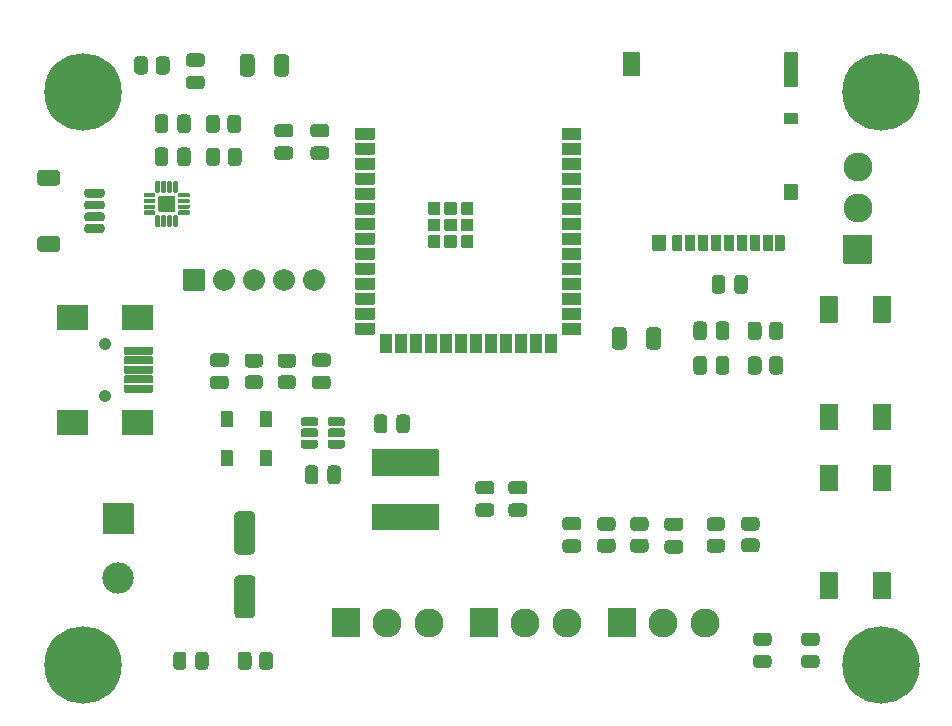
<source format=gts>
G04 #@! TF.GenerationSoftware,KiCad,Pcbnew,6.0.2+dfsg-1*
G04 #@! TF.CreationDate,2023-03-16T12:58:22-06:00*
G04 #@! TF.ProjectId,ckt-soundplay,636b742d-736f-4756-9e64-706c61792e6b,rev?*
G04 #@! TF.SameCoordinates,Original*
G04 #@! TF.FileFunction,Soldermask,Top*
G04 #@! TF.FilePolarity,Negative*
%FSLAX46Y46*%
G04 Gerber Fmt 4.6, Leading zero omitted, Abs format (unit mm)*
G04 Created by KiCad (PCBNEW 6.0.2+dfsg-1) date 2023-03-16 12:58:22*
%MOMM*%
%LPD*%
G01*
G04 APERTURE LIST*
%ADD10C,2.652400*%
%ADD11C,2.452400*%
%ADD12C,6.552400*%
%ADD13C,1.052400*%
%ADD14O,1.852400X1.852400*%
G04 APERTURE END LIST*
G36*
G01*
X31470000Y-173719800D02*
X33970000Y-173719800D01*
G75*
G02*
X34046200Y-173796000I0J-76200D01*
G01*
X34046200Y-176296000D01*
G75*
G02*
X33970000Y-176372200I-76200J0D01*
G01*
X31470000Y-176372200D01*
G75*
G02*
X31393800Y-176296000I0J76200D01*
G01*
X31393800Y-173796000D01*
G75*
G02*
X31470000Y-173719800I76200J0D01*
G01*
G37*
D10*
X32720000Y-180046000D03*
G36*
G01*
X35799801Y-144874000D02*
X35799801Y-143924000D01*
G75*
G02*
X36126001Y-143597800I326200J0D01*
G01*
X36626001Y-143597800D01*
G75*
G02*
X36952201Y-143924000I0J-326200D01*
G01*
X36952201Y-144874000D01*
G75*
G02*
X36626001Y-145200200I-326200J0D01*
G01*
X36126001Y-145200200D01*
G75*
G02*
X35799801Y-144874000I0J326200D01*
G01*
G37*
G36*
G01*
X37699801Y-144874000D02*
X37699801Y-143924000D01*
G75*
G02*
X38026001Y-143597800I326200J0D01*
G01*
X38526001Y-143597800D01*
G75*
G02*
X38852201Y-143924000I0J-326200D01*
G01*
X38852201Y-144874000D01*
G75*
G02*
X38526001Y-145200200I-326200J0D01*
G01*
X38026001Y-145200200D01*
G75*
G02*
X37699801Y-144874000I0J326200D01*
G01*
G37*
G36*
G01*
X92096800Y-181749000D02*
X92096800Y-179649000D01*
G75*
G02*
X92173000Y-179572800I76200J0D01*
G01*
X93573000Y-179572800D01*
G75*
G02*
X93649200Y-179649000I0J-76200D01*
G01*
X93649200Y-181749000D01*
G75*
G02*
X93573000Y-181825200I-76200J0D01*
G01*
X92173000Y-181825200D01*
G75*
G02*
X92096800Y-181749000I0J76200D01*
G01*
G37*
G36*
G01*
X92096800Y-172649000D02*
X92096800Y-170549000D01*
G75*
G02*
X92173000Y-170472800I76200J0D01*
G01*
X93573000Y-170472800D01*
G75*
G02*
X93649200Y-170549000I0J-76200D01*
G01*
X93649200Y-172649000D01*
G75*
G02*
X93573000Y-172725200I-76200J0D01*
G01*
X92173000Y-172725200D01*
G75*
G02*
X92096800Y-172649000I0J76200D01*
G01*
G37*
G36*
G01*
X96596800Y-181749000D02*
X96596800Y-179649000D01*
G75*
G02*
X96673000Y-179572800I76200J0D01*
G01*
X98073000Y-179572800D01*
G75*
G02*
X98149200Y-179649000I0J-76200D01*
G01*
X98149200Y-181749000D01*
G75*
G02*
X98073000Y-181825200I-76200J0D01*
G01*
X96673000Y-181825200D01*
G75*
G02*
X96596800Y-181749000I0J76200D01*
G01*
G37*
G36*
G01*
X96596800Y-172649000D02*
X96596800Y-170549000D01*
G75*
G02*
X96673000Y-170472800I76200J0D01*
G01*
X98073000Y-170472800D01*
G75*
G02*
X98149200Y-170549000I0J-76200D01*
G01*
X98149200Y-172649000D01*
G75*
G02*
X98073000Y-172725200I-76200J0D01*
G01*
X96673000Y-172725200D01*
G75*
G02*
X96596800Y-172649000I0J76200D01*
G01*
G37*
G36*
G01*
X48161800Y-166967000D02*
X48161800Y-166667000D01*
G75*
G02*
X48388000Y-166440800I226200J0D01*
G01*
X49413000Y-166440800D01*
G75*
G02*
X49639200Y-166667000I0J-226200D01*
G01*
X49639200Y-166967000D01*
G75*
G02*
X49413000Y-167193200I-226200J0D01*
G01*
X48388000Y-167193200D01*
G75*
G02*
X48161800Y-166967000I0J226200D01*
G01*
G37*
G36*
G01*
X48161800Y-167917000D02*
X48161800Y-167617000D01*
G75*
G02*
X48388000Y-167390800I226200J0D01*
G01*
X49413000Y-167390800D01*
G75*
G02*
X49639200Y-167617000I0J-226200D01*
G01*
X49639200Y-167917000D01*
G75*
G02*
X49413000Y-168143200I-226200J0D01*
G01*
X48388000Y-168143200D01*
G75*
G02*
X48161800Y-167917000I0J226200D01*
G01*
G37*
G36*
G01*
X48161800Y-168867000D02*
X48161800Y-168567000D01*
G75*
G02*
X48388000Y-168340800I226200J0D01*
G01*
X49413000Y-168340800D01*
G75*
G02*
X49639200Y-168567000I0J-226200D01*
G01*
X49639200Y-168867000D01*
G75*
G02*
X49413000Y-169093200I-226200J0D01*
G01*
X48388000Y-169093200D01*
G75*
G02*
X48161800Y-168867000I0J226200D01*
G01*
G37*
G36*
G01*
X50436800Y-168867000D02*
X50436800Y-168567000D01*
G75*
G02*
X50663000Y-168340800I226200J0D01*
G01*
X51688000Y-168340800D01*
G75*
G02*
X51914200Y-168567000I0J-226200D01*
G01*
X51914200Y-168867000D01*
G75*
G02*
X51688000Y-169093200I-226200J0D01*
G01*
X50663000Y-169093200D01*
G75*
G02*
X50436800Y-168867000I0J226200D01*
G01*
G37*
G36*
G01*
X50436800Y-167917000D02*
X50436800Y-167617000D01*
G75*
G02*
X50663000Y-167390800I226200J0D01*
G01*
X51688000Y-167390800D01*
G75*
G02*
X51914200Y-167617000I0J-226200D01*
G01*
X51914200Y-167917000D01*
G75*
G02*
X51688000Y-168143200I-226200J0D01*
G01*
X50663000Y-168143200D01*
G75*
G02*
X50436800Y-167917000I0J226200D01*
G01*
G37*
G36*
G01*
X50436800Y-166967000D02*
X50436800Y-166667000D01*
G75*
G02*
X50663000Y-166440800I226200J0D01*
G01*
X51688000Y-166440800D01*
G75*
G02*
X51914200Y-166667000I0J-226200D01*
G01*
X51914200Y-166967000D01*
G75*
G02*
X51688000Y-167193200I-226200J0D01*
G01*
X50663000Y-167193200D01*
G75*
G02*
X50436800Y-166967000I0J226200D01*
G01*
G37*
G36*
G01*
X48511800Y-171798000D02*
X48511800Y-170848000D01*
G75*
G02*
X48838000Y-170521800I326200J0D01*
G01*
X49338000Y-170521800D01*
G75*
G02*
X49664200Y-170848000I0J-326200D01*
G01*
X49664200Y-171798000D01*
G75*
G02*
X49338000Y-172124200I-326200J0D01*
G01*
X48838000Y-172124200D01*
G75*
G02*
X48511800Y-171798000I0J326200D01*
G01*
G37*
G36*
G01*
X50411800Y-171798000D02*
X50411800Y-170848000D01*
G75*
G02*
X50738000Y-170521800I326200J0D01*
G01*
X51238000Y-170521800D01*
G75*
G02*
X51564200Y-170848000I0J-326200D01*
G01*
X51564200Y-171798000D01*
G75*
G02*
X51238000Y-172124200I-326200J0D01*
G01*
X50738000Y-172124200D01*
G75*
G02*
X50411800Y-171798000I0J326200D01*
G01*
G37*
G36*
G01*
X50259000Y-144655200D02*
X49309000Y-144655200D01*
G75*
G02*
X48982800Y-144329000I0J326200D01*
G01*
X48982800Y-143829000D01*
G75*
G02*
X49309000Y-143502800I326200J0D01*
G01*
X50259000Y-143502800D01*
G75*
G02*
X50585200Y-143829000I0J-326200D01*
G01*
X50585200Y-144329000D01*
G75*
G02*
X50259000Y-144655200I-326200J0D01*
G01*
G37*
G36*
G01*
X50259000Y-142755200D02*
X49309000Y-142755200D01*
G75*
G02*
X48982800Y-142429000I0J326200D01*
G01*
X48982800Y-141929000D01*
G75*
G02*
X49309000Y-141602800I326200J0D01*
G01*
X50259000Y-141602800D01*
G75*
G02*
X50585200Y-141929000I0J-326200D01*
G01*
X50585200Y-142429000D01*
G75*
G02*
X50259000Y-142755200I-326200J0D01*
G01*
G37*
G36*
G01*
X50772800Y-184977000D02*
X50772800Y-182677000D01*
G75*
G02*
X50849000Y-182600800I76200J0D01*
G01*
X53149000Y-182600800D01*
G75*
G02*
X53225200Y-182677000I0J-76200D01*
G01*
X53225200Y-184977000D01*
G75*
G02*
X53149000Y-185053200I-76200J0D01*
G01*
X50849000Y-185053200D01*
G75*
G02*
X50772800Y-184977000I0J76200D01*
G01*
G37*
D11*
X55499000Y-183827000D03*
X58999000Y-183827000D03*
G36*
G01*
X40154800Y-144849000D02*
X40154800Y-143949000D01*
G75*
G02*
X40481000Y-143622800I326200J0D01*
G01*
X41006000Y-143622800D01*
G75*
G02*
X41332200Y-143949000I0J-326200D01*
G01*
X41332200Y-144849000D01*
G75*
G02*
X41006000Y-145175200I-326200J0D01*
G01*
X40481000Y-145175200D01*
G75*
G02*
X40154800Y-144849000I0J326200D01*
G01*
G37*
G36*
G01*
X41979800Y-144849000D02*
X41979800Y-143949000D01*
G75*
G02*
X42306000Y-143622800I326200J0D01*
G01*
X42831000Y-143622800D01*
G75*
G02*
X43157200Y-143949000I0J-326200D01*
G01*
X43157200Y-144849000D01*
G75*
G02*
X42831000Y-145175200I-326200J0D01*
G01*
X42306000Y-145175200D01*
G75*
G02*
X41979800Y-144849000I0J326200D01*
G01*
G37*
G36*
G01*
X67023000Y-174881200D02*
X66073000Y-174881200D01*
G75*
G02*
X65746800Y-174555000I0J326200D01*
G01*
X65746800Y-174055000D01*
G75*
G02*
X66073000Y-173728800I326200J0D01*
G01*
X67023000Y-173728800D01*
G75*
G02*
X67349200Y-174055000I0J-326200D01*
G01*
X67349200Y-174555000D01*
G75*
G02*
X67023000Y-174881200I-326200J0D01*
G01*
G37*
G36*
G01*
X67023000Y-172981200D02*
X66073000Y-172981200D01*
G75*
G02*
X65746800Y-172655000I0J326200D01*
G01*
X65746800Y-172155000D01*
G75*
G02*
X66073000Y-171828800I326200J0D01*
G01*
X67023000Y-171828800D01*
G75*
G02*
X67349200Y-172155000I0J-326200D01*
G01*
X67349200Y-172655000D01*
G75*
G02*
X67023000Y-172981200I-326200J0D01*
G01*
G37*
G36*
G01*
X84457200Y-161577000D02*
X84457200Y-162527000D01*
G75*
G02*
X84131000Y-162853200I-326200J0D01*
G01*
X83631000Y-162853200D01*
G75*
G02*
X83304800Y-162527000I0J326200D01*
G01*
X83304800Y-161577000D01*
G75*
G02*
X83631000Y-161250800I326200J0D01*
G01*
X84131000Y-161250800D01*
G75*
G02*
X84457200Y-161577000I0J-326200D01*
G01*
G37*
G36*
G01*
X82557200Y-161577000D02*
X82557200Y-162527000D01*
G75*
G02*
X82231000Y-162853200I-326200J0D01*
G01*
X81731000Y-162853200D01*
G75*
G02*
X81404800Y-162527000I0J326200D01*
G01*
X81404800Y-161577000D01*
G75*
G02*
X81731000Y-161250800I326200J0D01*
G01*
X82231000Y-161250800D01*
G75*
G02*
X82557200Y-161577000I0J-326200D01*
G01*
G37*
G36*
G01*
X89004200Y-161602000D02*
X89004200Y-162502000D01*
G75*
G02*
X88678000Y-162828200I-326200J0D01*
G01*
X88153000Y-162828200D01*
G75*
G02*
X87826800Y-162502000I0J326200D01*
G01*
X87826800Y-161602000D01*
G75*
G02*
X88153000Y-161275800I326200J0D01*
G01*
X88678000Y-161275800D01*
G75*
G02*
X89004200Y-161602000I0J-326200D01*
G01*
G37*
G36*
G01*
X87179200Y-161602000D02*
X87179200Y-162502000D01*
G75*
G02*
X86853000Y-162828200I-326200J0D01*
G01*
X86328000Y-162828200D01*
G75*
G02*
X86001800Y-162502000I0J326200D01*
G01*
X86001800Y-161602000D01*
G75*
G02*
X86328000Y-161275800I326200J0D01*
G01*
X86853000Y-161275800D01*
G75*
G02*
X87179200Y-161602000I0J-326200D01*
G01*
G37*
G36*
G01*
X42884000Y-174416800D02*
X43984000Y-174416800D01*
G75*
G02*
X44310200Y-174743000I0J-326200D01*
G01*
X44310200Y-177743000D01*
G75*
G02*
X43984000Y-178069200I-326200J0D01*
G01*
X42884000Y-178069200D01*
G75*
G02*
X42557800Y-177743000I0J326200D01*
G01*
X42557800Y-174743000D01*
G75*
G02*
X42884000Y-174416800I326200J0D01*
G01*
G37*
G36*
G01*
X42884000Y-179816800D02*
X43984000Y-179816800D01*
G75*
G02*
X44310200Y-180143000I0J-326200D01*
G01*
X44310200Y-183143000D01*
G75*
G02*
X43984000Y-183469200I-326200J0D01*
G01*
X42884000Y-183469200D01*
G75*
G02*
X42557800Y-183143000I0J326200D01*
G01*
X42557800Y-180143000D01*
G75*
G02*
X42884000Y-179816800I326200J0D01*
G01*
G37*
G36*
G01*
X52780800Y-142895000D02*
X52780800Y-141995000D01*
G75*
G02*
X52857000Y-141918800I76200J0D01*
G01*
X54357000Y-141918800D01*
G75*
G02*
X54433200Y-141995000I0J-76200D01*
G01*
X54433200Y-142895000D01*
G75*
G02*
X54357000Y-142971200I-76200J0D01*
G01*
X52857000Y-142971200D01*
G75*
G02*
X52780800Y-142895000I0J76200D01*
G01*
G37*
G36*
G01*
X52780800Y-144165000D02*
X52780800Y-143265000D01*
G75*
G02*
X52857000Y-143188800I76200J0D01*
G01*
X54357000Y-143188800D01*
G75*
G02*
X54433200Y-143265000I0J-76200D01*
G01*
X54433200Y-144165000D01*
G75*
G02*
X54357000Y-144241200I-76200J0D01*
G01*
X52857000Y-144241200D01*
G75*
G02*
X52780800Y-144165000I0J76200D01*
G01*
G37*
G36*
G01*
X52780800Y-145435000D02*
X52780800Y-144535000D01*
G75*
G02*
X52857000Y-144458800I76200J0D01*
G01*
X54357000Y-144458800D01*
G75*
G02*
X54433200Y-144535000I0J-76200D01*
G01*
X54433200Y-145435000D01*
G75*
G02*
X54357000Y-145511200I-76200J0D01*
G01*
X52857000Y-145511200D01*
G75*
G02*
X52780800Y-145435000I0J76200D01*
G01*
G37*
G36*
G01*
X52780800Y-146705000D02*
X52780800Y-145805000D01*
G75*
G02*
X52857000Y-145728800I76200J0D01*
G01*
X54357000Y-145728800D01*
G75*
G02*
X54433200Y-145805000I0J-76200D01*
G01*
X54433200Y-146705000D01*
G75*
G02*
X54357000Y-146781200I-76200J0D01*
G01*
X52857000Y-146781200D01*
G75*
G02*
X52780800Y-146705000I0J76200D01*
G01*
G37*
G36*
G01*
X52780800Y-147975000D02*
X52780800Y-147075000D01*
G75*
G02*
X52857000Y-146998800I76200J0D01*
G01*
X54357000Y-146998800D01*
G75*
G02*
X54433200Y-147075000I0J-76200D01*
G01*
X54433200Y-147975000D01*
G75*
G02*
X54357000Y-148051200I-76200J0D01*
G01*
X52857000Y-148051200D01*
G75*
G02*
X52780800Y-147975000I0J76200D01*
G01*
G37*
G36*
G01*
X52780800Y-149245000D02*
X52780800Y-148345000D01*
G75*
G02*
X52857000Y-148268800I76200J0D01*
G01*
X54357000Y-148268800D01*
G75*
G02*
X54433200Y-148345000I0J-76200D01*
G01*
X54433200Y-149245000D01*
G75*
G02*
X54357000Y-149321200I-76200J0D01*
G01*
X52857000Y-149321200D01*
G75*
G02*
X52780800Y-149245000I0J76200D01*
G01*
G37*
G36*
G01*
X52780800Y-150515000D02*
X52780800Y-149615000D01*
G75*
G02*
X52857000Y-149538800I76200J0D01*
G01*
X54357000Y-149538800D01*
G75*
G02*
X54433200Y-149615000I0J-76200D01*
G01*
X54433200Y-150515000D01*
G75*
G02*
X54357000Y-150591200I-76200J0D01*
G01*
X52857000Y-150591200D01*
G75*
G02*
X52780800Y-150515000I0J76200D01*
G01*
G37*
G36*
G01*
X52780800Y-151785000D02*
X52780800Y-150885000D01*
G75*
G02*
X52857000Y-150808800I76200J0D01*
G01*
X54357000Y-150808800D01*
G75*
G02*
X54433200Y-150885000I0J-76200D01*
G01*
X54433200Y-151785000D01*
G75*
G02*
X54357000Y-151861200I-76200J0D01*
G01*
X52857000Y-151861200D01*
G75*
G02*
X52780800Y-151785000I0J76200D01*
G01*
G37*
G36*
G01*
X52780800Y-153055000D02*
X52780800Y-152155000D01*
G75*
G02*
X52857000Y-152078800I76200J0D01*
G01*
X54357000Y-152078800D01*
G75*
G02*
X54433200Y-152155000I0J-76200D01*
G01*
X54433200Y-153055000D01*
G75*
G02*
X54357000Y-153131200I-76200J0D01*
G01*
X52857000Y-153131200D01*
G75*
G02*
X52780800Y-153055000I0J76200D01*
G01*
G37*
G36*
G01*
X52780800Y-154325000D02*
X52780800Y-153425000D01*
G75*
G02*
X52857000Y-153348800I76200J0D01*
G01*
X54357000Y-153348800D01*
G75*
G02*
X54433200Y-153425000I0J-76200D01*
G01*
X54433200Y-154325000D01*
G75*
G02*
X54357000Y-154401200I-76200J0D01*
G01*
X52857000Y-154401200D01*
G75*
G02*
X52780800Y-154325000I0J76200D01*
G01*
G37*
G36*
G01*
X52780800Y-155595000D02*
X52780800Y-154695000D01*
G75*
G02*
X52857000Y-154618800I76200J0D01*
G01*
X54357000Y-154618800D01*
G75*
G02*
X54433200Y-154695000I0J-76200D01*
G01*
X54433200Y-155595000D01*
G75*
G02*
X54357000Y-155671200I-76200J0D01*
G01*
X52857000Y-155671200D01*
G75*
G02*
X52780800Y-155595000I0J76200D01*
G01*
G37*
G36*
G01*
X52780800Y-156865000D02*
X52780800Y-155965000D01*
G75*
G02*
X52857000Y-155888800I76200J0D01*
G01*
X54357000Y-155888800D01*
G75*
G02*
X54433200Y-155965000I0J-76200D01*
G01*
X54433200Y-156865000D01*
G75*
G02*
X54357000Y-156941200I-76200J0D01*
G01*
X52857000Y-156941200D01*
G75*
G02*
X52780800Y-156865000I0J76200D01*
G01*
G37*
G36*
G01*
X52780800Y-158135000D02*
X52780800Y-157235000D01*
G75*
G02*
X52857000Y-157158800I76200J0D01*
G01*
X54357000Y-157158800D01*
G75*
G02*
X54433200Y-157235000I0J-76200D01*
G01*
X54433200Y-158135000D01*
G75*
G02*
X54357000Y-158211200I-76200J0D01*
G01*
X52857000Y-158211200D01*
G75*
G02*
X52780800Y-158135000I0J76200D01*
G01*
G37*
G36*
G01*
X52780800Y-159405000D02*
X52780800Y-158505000D01*
G75*
G02*
X52857000Y-158428800I76200J0D01*
G01*
X54357000Y-158428800D01*
G75*
G02*
X54433200Y-158505000I0J-76200D01*
G01*
X54433200Y-159405000D01*
G75*
G02*
X54357000Y-159481200I-76200J0D01*
G01*
X52857000Y-159481200D01*
G75*
G02*
X52780800Y-159405000I0J76200D01*
G01*
G37*
G36*
G01*
X55822000Y-161031200D02*
X54922000Y-161031200D01*
G75*
G02*
X54845800Y-160955000I0J76200D01*
G01*
X54845800Y-159455000D01*
G75*
G02*
X54922000Y-159378800I76200J0D01*
G01*
X55822000Y-159378800D01*
G75*
G02*
X55898200Y-159455000I0J-76200D01*
G01*
X55898200Y-160955000D01*
G75*
G02*
X55822000Y-161031200I-76200J0D01*
G01*
G37*
G36*
G01*
X57092000Y-161031200D02*
X56192000Y-161031200D01*
G75*
G02*
X56115800Y-160955000I0J76200D01*
G01*
X56115800Y-159455000D01*
G75*
G02*
X56192000Y-159378800I76200J0D01*
G01*
X57092000Y-159378800D01*
G75*
G02*
X57168200Y-159455000I0J-76200D01*
G01*
X57168200Y-160955000D01*
G75*
G02*
X57092000Y-161031200I-76200J0D01*
G01*
G37*
G36*
G01*
X58362000Y-161031200D02*
X57462000Y-161031200D01*
G75*
G02*
X57385800Y-160955000I0J76200D01*
G01*
X57385800Y-159455000D01*
G75*
G02*
X57462000Y-159378800I76200J0D01*
G01*
X58362000Y-159378800D01*
G75*
G02*
X58438200Y-159455000I0J-76200D01*
G01*
X58438200Y-160955000D01*
G75*
G02*
X58362000Y-161031200I-76200J0D01*
G01*
G37*
G36*
G01*
X59632000Y-161031200D02*
X58732000Y-161031200D01*
G75*
G02*
X58655800Y-160955000I0J76200D01*
G01*
X58655800Y-159455000D01*
G75*
G02*
X58732000Y-159378800I76200J0D01*
G01*
X59632000Y-159378800D01*
G75*
G02*
X59708200Y-159455000I0J-76200D01*
G01*
X59708200Y-160955000D01*
G75*
G02*
X59632000Y-161031200I-76200J0D01*
G01*
G37*
G36*
G01*
X60902000Y-161031200D02*
X60002000Y-161031200D01*
G75*
G02*
X59925800Y-160955000I0J76200D01*
G01*
X59925800Y-159455000D01*
G75*
G02*
X60002000Y-159378800I76200J0D01*
G01*
X60902000Y-159378800D01*
G75*
G02*
X60978200Y-159455000I0J-76200D01*
G01*
X60978200Y-160955000D01*
G75*
G02*
X60902000Y-161031200I-76200J0D01*
G01*
G37*
G36*
G01*
X62172000Y-161031200D02*
X61272000Y-161031200D01*
G75*
G02*
X61195800Y-160955000I0J76200D01*
G01*
X61195800Y-159455000D01*
G75*
G02*
X61272000Y-159378800I76200J0D01*
G01*
X62172000Y-159378800D01*
G75*
G02*
X62248200Y-159455000I0J-76200D01*
G01*
X62248200Y-160955000D01*
G75*
G02*
X62172000Y-161031200I-76200J0D01*
G01*
G37*
G36*
G01*
X63442000Y-161031200D02*
X62542000Y-161031200D01*
G75*
G02*
X62465800Y-160955000I0J76200D01*
G01*
X62465800Y-159455000D01*
G75*
G02*
X62542000Y-159378800I76200J0D01*
G01*
X63442000Y-159378800D01*
G75*
G02*
X63518200Y-159455000I0J-76200D01*
G01*
X63518200Y-160955000D01*
G75*
G02*
X63442000Y-161031200I-76200J0D01*
G01*
G37*
G36*
G01*
X64712000Y-161031200D02*
X63812000Y-161031200D01*
G75*
G02*
X63735800Y-160955000I0J76200D01*
G01*
X63735800Y-159455000D01*
G75*
G02*
X63812000Y-159378800I76200J0D01*
G01*
X64712000Y-159378800D01*
G75*
G02*
X64788200Y-159455000I0J-76200D01*
G01*
X64788200Y-160955000D01*
G75*
G02*
X64712000Y-161031200I-76200J0D01*
G01*
G37*
G36*
G01*
X65982000Y-161031200D02*
X65082000Y-161031200D01*
G75*
G02*
X65005800Y-160955000I0J76200D01*
G01*
X65005800Y-159455000D01*
G75*
G02*
X65082000Y-159378800I76200J0D01*
G01*
X65982000Y-159378800D01*
G75*
G02*
X66058200Y-159455000I0J-76200D01*
G01*
X66058200Y-160955000D01*
G75*
G02*
X65982000Y-161031200I-76200J0D01*
G01*
G37*
G36*
G01*
X67252000Y-161031200D02*
X66352000Y-161031200D01*
G75*
G02*
X66275800Y-160955000I0J76200D01*
G01*
X66275800Y-159455000D01*
G75*
G02*
X66352000Y-159378800I76200J0D01*
G01*
X67252000Y-159378800D01*
G75*
G02*
X67328200Y-159455000I0J-76200D01*
G01*
X67328200Y-160955000D01*
G75*
G02*
X67252000Y-161031200I-76200J0D01*
G01*
G37*
G36*
G01*
X68522000Y-161031200D02*
X67622000Y-161031200D01*
G75*
G02*
X67545800Y-160955000I0J76200D01*
G01*
X67545800Y-159455000D01*
G75*
G02*
X67622000Y-159378800I76200J0D01*
G01*
X68522000Y-159378800D01*
G75*
G02*
X68598200Y-159455000I0J-76200D01*
G01*
X68598200Y-160955000D01*
G75*
G02*
X68522000Y-161031200I-76200J0D01*
G01*
G37*
G36*
G01*
X69792000Y-161031200D02*
X68892000Y-161031200D01*
G75*
G02*
X68815800Y-160955000I0J76200D01*
G01*
X68815800Y-159455000D01*
G75*
G02*
X68892000Y-159378800I76200J0D01*
G01*
X69792000Y-159378800D01*
G75*
G02*
X69868200Y-159455000I0J-76200D01*
G01*
X69868200Y-160955000D01*
G75*
G02*
X69792000Y-161031200I-76200J0D01*
G01*
G37*
G36*
G01*
X71933200Y-158505000D02*
X71933200Y-159405000D01*
G75*
G02*
X71857000Y-159481200I-76200J0D01*
G01*
X70357000Y-159481200D01*
G75*
G02*
X70280800Y-159405000I0J76200D01*
G01*
X70280800Y-158505000D01*
G75*
G02*
X70357000Y-158428800I76200J0D01*
G01*
X71857000Y-158428800D01*
G75*
G02*
X71933200Y-158505000I0J-76200D01*
G01*
G37*
G36*
G01*
X71933200Y-157235000D02*
X71933200Y-158135000D01*
G75*
G02*
X71857000Y-158211200I-76200J0D01*
G01*
X70357000Y-158211200D01*
G75*
G02*
X70280800Y-158135000I0J76200D01*
G01*
X70280800Y-157235000D01*
G75*
G02*
X70357000Y-157158800I76200J0D01*
G01*
X71857000Y-157158800D01*
G75*
G02*
X71933200Y-157235000I0J-76200D01*
G01*
G37*
G36*
G01*
X71933200Y-155965000D02*
X71933200Y-156865000D01*
G75*
G02*
X71857000Y-156941200I-76200J0D01*
G01*
X70357000Y-156941200D01*
G75*
G02*
X70280800Y-156865000I0J76200D01*
G01*
X70280800Y-155965000D01*
G75*
G02*
X70357000Y-155888800I76200J0D01*
G01*
X71857000Y-155888800D01*
G75*
G02*
X71933200Y-155965000I0J-76200D01*
G01*
G37*
G36*
G01*
X71933200Y-154695000D02*
X71933200Y-155595000D01*
G75*
G02*
X71857000Y-155671200I-76200J0D01*
G01*
X70357000Y-155671200D01*
G75*
G02*
X70280800Y-155595000I0J76200D01*
G01*
X70280800Y-154695000D01*
G75*
G02*
X70357000Y-154618800I76200J0D01*
G01*
X71857000Y-154618800D01*
G75*
G02*
X71933200Y-154695000I0J-76200D01*
G01*
G37*
G36*
G01*
X71933200Y-153425000D02*
X71933200Y-154325000D01*
G75*
G02*
X71857000Y-154401200I-76200J0D01*
G01*
X70357000Y-154401200D01*
G75*
G02*
X70280800Y-154325000I0J76200D01*
G01*
X70280800Y-153425000D01*
G75*
G02*
X70357000Y-153348800I76200J0D01*
G01*
X71857000Y-153348800D01*
G75*
G02*
X71933200Y-153425000I0J-76200D01*
G01*
G37*
G36*
G01*
X71933200Y-152155000D02*
X71933200Y-153055000D01*
G75*
G02*
X71857000Y-153131200I-76200J0D01*
G01*
X70357000Y-153131200D01*
G75*
G02*
X70280800Y-153055000I0J76200D01*
G01*
X70280800Y-152155000D01*
G75*
G02*
X70357000Y-152078800I76200J0D01*
G01*
X71857000Y-152078800D01*
G75*
G02*
X71933200Y-152155000I0J-76200D01*
G01*
G37*
G36*
G01*
X71933200Y-150885000D02*
X71933200Y-151785000D01*
G75*
G02*
X71857000Y-151861200I-76200J0D01*
G01*
X70357000Y-151861200D01*
G75*
G02*
X70280800Y-151785000I0J76200D01*
G01*
X70280800Y-150885000D01*
G75*
G02*
X70357000Y-150808800I76200J0D01*
G01*
X71857000Y-150808800D01*
G75*
G02*
X71933200Y-150885000I0J-76200D01*
G01*
G37*
G36*
G01*
X71933200Y-149615000D02*
X71933200Y-150515000D01*
G75*
G02*
X71857000Y-150591200I-76200J0D01*
G01*
X70357000Y-150591200D01*
G75*
G02*
X70280800Y-150515000I0J76200D01*
G01*
X70280800Y-149615000D01*
G75*
G02*
X70357000Y-149538800I76200J0D01*
G01*
X71857000Y-149538800D01*
G75*
G02*
X71933200Y-149615000I0J-76200D01*
G01*
G37*
G36*
G01*
X71933200Y-148345000D02*
X71933200Y-149245000D01*
G75*
G02*
X71857000Y-149321200I-76200J0D01*
G01*
X70357000Y-149321200D01*
G75*
G02*
X70280800Y-149245000I0J76200D01*
G01*
X70280800Y-148345000D01*
G75*
G02*
X70357000Y-148268800I76200J0D01*
G01*
X71857000Y-148268800D01*
G75*
G02*
X71933200Y-148345000I0J-76200D01*
G01*
G37*
G36*
G01*
X71933200Y-147075000D02*
X71933200Y-147975000D01*
G75*
G02*
X71857000Y-148051200I-76200J0D01*
G01*
X70357000Y-148051200D01*
G75*
G02*
X70280800Y-147975000I0J76200D01*
G01*
X70280800Y-147075000D01*
G75*
G02*
X70357000Y-146998800I76200J0D01*
G01*
X71857000Y-146998800D01*
G75*
G02*
X71933200Y-147075000I0J-76200D01*
G01*
G37*
G36*
G01*
X71933200Y-145805000D02*
X71933200Y-146705000D01*
G75*
G02*
X71857000Y-146781200I-76200J0D01*
G01*
X70357000Y-146781200D01*
G75*
G02*
X70280800Y-146705000I0J76200D01*
G01*
X70280800Y-145805000D01*
G75*
G02*
X70357000Y-145728800I76200J0D01*
G01*
X71857000Y-145728800D01*
G75*
G02*
X71933200Y-145805000I0J-76200D01*
G01*
G37*
G36*
G01*
X71933200Y-144535000D02*
X71933200Y-145435000D01*
G75*
G02*
X71857000Y-145511200I-76200J0D01*
G01*
X70357000Y-145511200D01*
G75*
G02*
X70280800Y-145435000I0J76200D01*
G01*
X70280800Y-144535000D01*
G75*
G02*
X70357000Y-144458800I76200J0D01*
G01*
X71857000Y-144458800D01*
G75*
G02*
X71933200Y-144535000I0J-76200D01*
G01*
G37*
G36*
G01*
X71933200Y-143265000D02*
X71933200Y-144165000D01*
G75*
G02*
X71857000Y-144241200I-76200J0D01*
G01*
X70357000Y-144241200D01*
G75*
G02*
X70280800Y-144165000I0J76200D01*
G01*
X70280800Y-143265000D01*
G75*
G02*
X70357000Y-143188800I76200J0D01*
G01*
X71857000Y-143188800D01*
G75*
G02*
X71933200Y-143265000I0J-76200D01*
G01*
G37*
G36*
G01*
X71933200Y-141995000D02*
X71933200Y-142895000D01*
G75*
G02*
X71857000Y-142971200I-76200J0D01*
G01*
X70357000Y-142971200D01*
G75*
G02*
X70280800Y-142895000I0J76200D01*
G01*
X70280800Y-141995000D01*
G75*
G02*
X70357000Y-141918800I76200J0D01*
G01*
X71857000Y-141918800D01*
G75*
G02*
X71933200Y-141995000I0J-76200D01*
G01*
G37*
G36*
G01*
X61383200Y-148315000D02*
X61383200Y-149215000D01*
G75*
G02*
X61307000Y-149291200I-76200J0D01*
G01*
X60407000Y-149291200D01*
G75*
G02*
X60330800Y-149215000I0J76200D01*
G01*
X60330800Y-148315000D01*
G75*
G02*
X60407000Y-148238800I76200J0D01*
G01*
X61307000Y-148238800D01*
G75*
G02*
X61383200Y-148315000I0J-76200D01*
G01*
G37*
G36*
G01*
X62783200Y-148315000D02*
X62783200Y-149215000D01*
G75*
G02*
X62707000Y-149291200I-76200J0D01*
G01*
X61807000Y-149291200D01*
G75*
G02*
X61730800Y-149215000I0J76200D01*
G01*
X61730800Y-148315000D01*
G75*
G02*
X61807000Y-148238800I76200J0D01*
G01*
X62707000Y-148238800D01*
G75*
G02*
X62783200Y-148315000I0J-76200D01*
G01*
G37*
G36*
G01*
X59983200Y-151115000D02*
X59983200Y-152015000D01*
G75*
G02*
X59907000Y-152091200I-76200J0D01*
G01*
X59007000Y-152091200D01*
G75*
G02*
X58930800Y-152015000I0J76200D01*
G01*
X58930800Y-151115000D01*
G75*
G02*
X59007000Y-151038800I76200J0D01*
G01*
X59907000Y-151038800D01*
G75*
G02*
X59983200Y-151115000I0J-76200D01*
G01*
G37*
G36*
G01*
X62783200Y-151115000D02*
X62783200Y-152015000D01*
G75*
G02*
X62707000Y-152091200I-76200J0D01*
G01*
X61807000Y-152091200D01*
G75*
G02*
X61730800Y-152015000I0J76200D01*
G01*
X61730800Y-151115000D01*
G75*
G02*
X61807000Y-151038800I76200J0D01*
G01*
X62707000Y-151038800D01*
G75*
G02*
X62783200Y-151115000I0J-76200D01*
G01*
G37*
G36*
G01*
X59983200Y-149715000D02*
X59983200Y-150615000D01*
G75*
G02*
X59907000Y-150691200I-76200J0D01*
G01*
X59007000Y-150691200D01*
G75*
G02*
X58930800Y-150615000I0J76200D01*
G01*
X58930800Y-149715000D01*
G75*
G02*
X59007000Y-149638800I76200J0D01*
G01*
X59907000Y-149638800D01*
G75*
G02*
X59983200Y-149715000I0J-76200D01*
G01*
G37*
G36*
G01*
X59983200Y-148315000D02*
X59983200Y-149215000D01*
G75*
G02*
X59907000Y-149291200I-76200J0D01*
G01*
X59007000Y-149291200D01*
G75*
G02*
X58930800Y-149215000I0J76200D01*
G01*
X58930800Y-148315000D01*
G75*
G02*
X59007000Y-148238800I76200J0D01*
G01*
X59907000Y-148238800D01*
G75*
G02*
X59983200Y-148315000I0J-76200D01*
G01*
G37*
G36*
G01*
X61383200Y-149715000D02*
X61383200Y-150615000D01*
G75*
G02*
X61307000Y-150691200I-76200J0D01*
G01*
X60407000Y-150691200D01*
G75*
G02*
X60330800Y-150615000I0J76200D01*
G01*
X60330800Y-149715000D01*
G75*
G02*
X60407000Y-149638800I76200J0D01*
G01*
X61307000Y-149638800D01*
G75*
G02*
X61383200Y-149715000I0J-76200D01*
G01*
G37*
G36*
G01*
X62783200Y-149715000D02*
X62783200Y-150615000D01*
G75*
G02*
X62707000Y-150691200I-76200J0D01*
G01*
X61807000Y-150691200D01*
G75*
G02*
X61730800Y-150615000I0J76200D01*
G01*
X61730800Y-149715000D01*
G75*
G02*
X61807000Y-149638800I76200J0D01*
G01*
X62707000Y-149638800D01*
G75*
G02*
X62783200Y-149715000I0J-76200D01*
G01*
G37*
G36*
G01*
X61383200Y-151115000D02*
X61383200Y-152015000D01*
G75*
G02*
X61307000Y-152091200I-76200J0D01*
G01*
X60407000Y-152091200D01*
G75*
G02*
X60330800Y-152015000I0J76200D01*
G01*
X60330800Y-151115000D01*
G75*
G02*
X60407000Y-151038800I76200J0D01*
G01*
X61307000Y-151038800D01*
G75*
G02*
X61383200Y-151115000I0J-76200D01*
G01*
G37*
D12*
X97282000Y-187452000D03*
G36*
G01*
X84457200Y-158656000D02*
X84457200Y-159606000D01*
G75*
G02*
X84131000Y-159932200I-326200J0D01*
G01*
X83631000Y-159932200D01*
G75*
G02*
X83304800Y-159606000I0J326200D01*
G01*
X83304800Y-158656000D01*
G75*
G02*
X83631000Y-158329800I326200J0D01*
G01*
X84131000Y-158329800D01*
G75*
G02*
X84457200Y-158656000I0J-326200D01*
G01*
G37*
G36*
G01*
X82557200Y-158656000D02*
X82557200Y-159606000D01*
G75*
G02*
X82231000Y-159932200I-326200J0D01*
G01*
X81731000Y-159932200D01*
G75*
G02*
X81404800Y-159606000I0J326200D01*
G01*
X81404800Y-158656000D01*
G75*
G02*
X81731000Y-158329800I326200J0D01*
G01*
X82231000Y-158329800D01*
G75*
G02*
X82557200Y-158656000I0J-326200D01*
G01*
G37*
G36*
G01*
X42821800Y-187521000D02*
X42821800Y-186621000D01*
G75*
G02*
X43148000Y-186294800I326200J0D01*
G01*
X43673000Y-186294800D01*
G75*
G02*
X43999200Y-186621000I0J-326200D01*
G01*
X43999200Y-187521000D01*
G75*
G02*
X43673000Y-187847200I-326200J0D01*
G01*
X43148000Y-187847200D01*
G75*
G02*
X42821800Y-187521000I0J326200D01*
G01*
G37*
G36*
G01*
X44646800Y-187521000D02*
X44646800Y-186621000D01*
G75*
G02*
X44973000Y-186294800I326200J0D01*
G01*
X45498000Y-186294800D01*
G75*
G02*
X45824200Y-186621000I0J-326200D01*
G01*
X45824200Y-187521000D01*
G75*
G02*
X45498000Y-187847200I-326200J0D01*
G01*
X44973000Y-187847200D01*
G75*
G02*
X44646800Y-187521000I0J326200D01*
G01*
G37*
G36*
G01*
X86683000Y-177880700D02*
X85783000Y-177880700D01*
G75*
G02*
X85456800Y-177554500I0J326200D01*
G01*
X85456800Y-177029500D01*
G75*
G02*
X85783000Y-176703300I326200J0D01*
G01*
X86683000Y-176703300D01*
G75*
G02*
X87009200Y-177029500I0J-326200D01*
G01*
X87009200Y-177554500D01*
G75*
G02*
X86683000Y-177880700I-326200J0D01*
G01*
G37*
G36*
G01*
X86683000Y-176055700D02*
X85783000Y-176055700D01*
G75*
G02*
X85456800Y-175729500I0J326200D01*
G01*
X85456800Y-175204500D01*
G75*
G02*
X85783000Y-174878300I326200J0D01*
G01*
X86683000Y-174878300D01*
G75*
G02*
X87009200Y-175204500I0J-326200D01*
G01*
X87009200Y-175729500D01*
G75*
G02*
X86683000Y-176055700I-326200J0D01*
G01*
G37*
X97282000Y-138938000D03*
G36*
G01*
X54241700Y-169164000D02*
X59804300Y-169164000D01*
G75*
G02*
X59880500Y-169240200I0J-76200D01*
G01*
X59880500Y-171348400D01*
G75*
G02*
X59804300Y-171424600I-76200J0D01*
G01*
X54241700Y-171424600D01*
G75*
G02*
X54165500Y-171348400I0J76200D01*
G01*
X54165500Y-169240200D01*
G75*
G02*
X54241700Y-169164000I76200J0D01*
G01*
G37*
G36*
G01*
X54241700Y-173761400D02*
X59804300Y-173761400D01*
G75*
G02*
X59880500Y-173837600I0J-76200D01*
G01*
X59880500Y-175945800D01*
G75*
G02*
X59804300Y-176022000I-76200J0D01*
G01*
X54241700Y-176022000D01*
G75*
G02*
X54165500Y-175945800I0J76200D01*
G01*
X54165500Y-173837600D01*
G75*
G02*
X54241700Y-173761400I76200J0D01*
G01*
G37*
G36*
G01*
X91769250Y-187683200D02*
X90856750Y-187683200D01*
G75*
G02*
X90536800Y-187363250I0J319950D01*
G01*
X90536800Y-186875750D01*
G75*
G02*
X90856750Y-186555800I319950J0D01*
G01*
X91769250Y-186555800D01*
G75*
G02*
X92089200Y-186875750I0J-319950D01*
G01*
X92089200Y-187363250D01*
G75*
G02*
X91769250Y-187683200I-319950J0D01*
G01*
G37*
G36*
G01*
X91769250Y-185808200D02*
X90856750Y-185808200D01*
G75*
G02*
X90536800Y-185488250I0J319950D01*
G01*
X90536800Y-185000750D01*
G75*
G02*
X90856750Y-184680800I319950J0D01*
G01*
X91769250Y-184680800D01*
G75*
G02*
X92089200Y-185000750I0J-319950D01*
G01*
X92089200Y-185488250D01*
G75*
G02*
X91769250Y-185808200I-319950J0D01*
G01*
G37*
G36*
G01*
X47211000Y-144655200D02*
X46261000Y-144655200D01*
G75*
G02*
X45934800Y-144329000I0J326200D01*
G01*
X45934800Y-143829000D01*
G75*
G02*
X46261000Y-143502800I326200J0D01*
G01*
X47211000Y-143502800D01*
G75*
G02*
X47537200Y-143829000I0J-326200D01*
G01*
X47537200Y-144329000D01*
G75*
G02*
X47211000Y-144655200I-326200J0D01*
G01*
G37*
G36*
G01*
X47211000Y-142755200D02*
X46261000Y-142755200D01*
G75*
G02*
X45934800Y-142429000I0J326200D01*
G01*
X45934800Y-141929000D01*
G75*
G02*
X46261000Y-141602800I326200J0D01*
G01*
X47211000Y-141602800D01*
G75*
G02*
X47537200Y-141929000I0J-326200D01*
G01*
X47537200Y-142429000D01*
G75*
G02*
X47211000Y-142755200I-326200J0D01*
G01*
G37*
G36*
G01*
X62456800Y-184977000D02*
X62456800Y-182677000D01*
G75*
G02*
X62533000Y-182600800I76200J0D01*
G01*
X64833000Y-182600800D01*
G75*
G02*
X64909200Y-182677000I0J-76200D01*
G01*
X64909200Y-184977000D01*
G75*
G02*
X64833000Y-185053200I-76200J0D01*
G01*
X62533000Y-185053200D01*
G75*
G02*
X62456800Y-184977000I0J76200D01*
G01*
G37*
D11*
X67183000Y-183827000D03*
X70683000Y-183827000D03*
G36*
G01*
X96458000Y-153443200D02*
X94158000Y-153443200D01*
G75*
G02*
X94081800Y-153367000I0J76200D01*
G01*
X94081800Y-151067000D01*
G75*
G02*
X94158000Y-150990800I76200J0D01*
G01*
X96458000Y-150990800D01*
G75*
G02*
X96534200Y-151067000I0J-76200D01*
G01*
X96534200Y-153367000D01*
G75*
G02*
X96458000Y-153443200I-76200J0D01*
G01*
G37*
X95308000Y-148717000D03*
X95308000Y-145217000D03*
G36*
G01*
X83762000Y-177904200D02*
X82862000Y-177904200D01*
G75*
G02*
X82535800Y-177578000I0J326200D01*
G01*
X82535800Y-177053000D01*
G75*
G02*
X82862000Y-176726800I326200J0D01*
G01*
X83762000Y-176726800D01*
G75*
G02*
X84088200Y-177053000I0J-326200D01*
G01*
X84088200Y-177578000D01*
G75*
G02*
X83762000Y-177904200I-326200J0D01*
G01*
G37*
G36*
G01*
X83762000Y-176079200D02*
X82862000Y-176079200D01*
G75*
G02*
X82535800Y-175753000I0J326200D01*
G01*
X82535800Y-175228000D01*
G75*
G02*
X82862000Y-174901800I326200J0D01*
G01*
X83762000Y-174901800D01*
G75*
G02*
X84088200Y-175228000I0J-326200D01*
G01*
X84088200Y-175753000D01*
G75*
G02*
X83762000Y-176079200I-326200J0D01*
G01*
G37*
G36*
G01*
X42983800Y-137277000D02*
X42983800Y-136027000D01*
G75*
G02*
X43310000Y-135700800I326200J0D01*
G01*
X43935000Y-135700800D01*
G75*
G02*
X44261200Y-136027000I0J-326200D01*
G01*
X44261200Y-137277000D01*
G75*
G02*
X43935000Y-137603200I-326200J0D01*
G01*
X43310000Y-137603200D01*
G75*
G02*
X42983800Y-137277000I0J326200D01*
G01*
G37*
G36*
G01*
X45908800Y-137277000D02*
X45908800Y-136027000D01*
G75*
G02*
X46235000Y-135700800I326200J0D01*
G01*
X46860000Y-135700800D01*
G75*
G02*
X47186200Y-136027000I0J-326200D01*
G01*
X47186200Y-137277000D01*
G75*
G02*
X46860000Y-137603200I-326200J0D01*
G01*
X46235000Y-137603200D01*
G75*
G02*
X45908800Y-137277000I0J326200D01*
G01*
G37*
G36*
G01*
X80485200Y-151068000D02*
X80485200Y-152268000D01*
G75*
G02*
X80409000Y-152344200I-76200J0D01*
G01*
X79709000Y-152344200D01*
G75*
G02*
X79632800Y-152268000I0J76200D01*
G01*
X79632800Y-151068000D01*
G75*
G02*
X79709000Y-150991800I76200J0D01*
G01*
X80409000Y-150991800D01*
G75*
G02*
X80485200Y-151068000I0J-76200D01*
G01*
G37*
G36*
G01*
X81585200Y-151068000D02*
X81585200Y-152268000D01*
G75*
G02*
X81509000Y-152344200I-76200J0D01*
G01*
X80809000Y-152344200D01*
G75*
G02*
X80732800Y-152268000I0J76200D01*
G01*
X80732800Y-151068000D01*
G75*
G02*
X80809000Y-150991800I76200J0D01*
G01*
X81509000Y-150991800D01*
G75*
G02*
X81585200Y-151068000I0J-76200D01*
G01*
G37*
G36*
G01*
X82685200Y-151068000D02*
X82685200Y-152268000D01*
G75*
G02*
X82609000Y-152344200I-76200J0D01*
G01*
X81909000Y-152344200D01*
G75*
G02*
X81832800Y-152268000I0J76200D01*
G01*
X81832800Y-151068000D01*
G75*
G02*
X81909000Y-150991800I76200J0D01*
G01*
X82609000Y-150991800D01*
G75*
G02*
X82685200Y-151068000I0J-76200D01*
G01*
G37*
G36*
G01*
X83785200Y-151068000D02*
X83785200Y-152268000D01*
G75*
G02*
X83709000Y-152344200I-76200J0D01*
G01*
X83009000Y-152344200D01*
G75*
G02*
X82932800Y-152268000I0J76200D01*
G01*
X82932800Y-151068000D01*
G75*
G02*
X83009000Y-150991800I76200J0D01*
G01*
X83709000Y-150991800D01*
G75*
G02*
X83785200Y-151068000I0J-76200D01*
G01*
G37*
G36*
G01*
X84885200Y-151068000D02*
X84885200Y-152268000D01*
G75*
G02*
X84809000Y-152344200I-76200J0D01*
G01*
X84109000Y-152344200D01*
G75*
G02*
X84032800Y-152268000I0J76200D01*
G01*
X84032800Y-151068000D01*
G75*
G02*
X84109000Y-150991800I76200J0D01*
G01*
X84809000Y-150991800D01*
G75*
G02*
X84885200Y-151068000I0J-76200D01*
G01*
G37*
G36*
G01*
X85985200Y-151068000D02*
X85985200Y-152268000D01*
G75*
G02*
X85909000Y-152344200I-76200J0D01*
G01*
X85209000Y-152344200D01*
G75*
G02*
X85132800Y-152268000I0J76200D01*
G01*
X85132800Y-151068000D01*
G75*
G02*
X85209000Y-150991800I76200J0D01*
G01*
X85909000Y-150991800D01*
G75*
G02*
X85985200Y-151068000I0J-76200D01*
G01*
G37*
G36*
G01*
X87085200Y-151068000D02*
X87085200Y-152268000D01*
G75*
G02*
X87009000Y-152344200I-76200J0D01*
G01*
X86309000Y-152344200D01*
G75*
G02*
X86232800Y-152268000I0J76200D01*
G01*
X86232800Y-151068000D01*
G75*
G02*
X86309000Y-150991800I76200J0D01*
G01*
X87009000Y-150991800D01*
G75*
G02*
X87085200Y-151068000I0J-76200D01*
G01*
G37*
G36*
G01*
X88185200Y-151068000D02*
X88185200Y-152268000D01*
G75*
G02*
X88109000Y-152344200I-76200J0D01*
G01*
X87409000Y-152344200D01*
G75*
G02*
X87332800Y-152268000I0J76200D01*
G01*
X87332800Y-151068000D01*
G75*
G02*
X87409000Y-150991800I76200J0D01*
G01*
X88109000Y-150991800D01*
G75*
G02*
X88185200Y-151068000I0J-76200D01*
G01*
G37*
G36*
G01*
X89135200Y-151068000D02*
X89135200Y-152268000D01*
G75*
G02*
X89059000Y-152344200I-76200J0D01*
G01*
X88359000Y-152344200D01*
G75*
G02*
X88282800Y-152268000I0J76200D01*
G01*
X88282800Y-151068000D01*
G75*
G02*
X88359000Y-150991800I76200J0D01*
G01*
X89059000Y-150991800D01*
G75*
G02*
X89135200Y-151068000I0J-76200D01*
G01*
G37*
G36*
G01*
X90235200Y-140768000D02*
X90235200Y-141568000D01*
G75*
G02*
X90159000Y-141644200I-76200J0D01*
G01*
X89159000Y-141644200D01*
G75*
G02*
X89082800Y-141568000I0J76200D01*
G01*
X89082800Y-140768000D01*
G75*
G02*
X89159000Y-140691800I76200J0D01*
G01*
X90159000Y-140691800D01*
G75*
G02*
X90235200Y-140768000I0J-76200D01*
G01*
G37*
G36*
G01*
X79085200Y-151068000D02*
X79085200Y-152268000D01*
G75*
G02*
X79009000Y-152344200I-76200J0D01*
G01*
X78009000Y-152344200D01*
G75*
G02*
X77932800Y-152268000I0J76200D01*
G01*
X77932800Y-151068000D01*
G75*
G02*
X78009000Y-150991800I76200J0D01*
G01*
X79009000Y-150991800D01*
G75*
G02*
X79085200Y-151068000I0J-76200D01*
G01*
G37*
G36*
G01*
X76885200Y-135618000D02*
X76885200Y-137518000D01*
G75*
G02*
X76809000Y-137594200I-76200J0D01*
G01*
X75509000Y-137594200D01*
G75*
G02*
X75432800Y-137518000I0J76200D01*
G01*
X75432800Y-135618000D01*
G75*
G02*
X75509000Y-135541800I76200J0D01*
G01*
X76809000Y-135541800D01*
G75*
G02*
X76885200Y-135618000I0J-76200D01*
G01*
G37*
G36*
G01*
X90235200Y-135618000D02*
X90235200Y-138418000D01*
G75*
G02*
X90159000Y-138494200I-76200J0D01*
G01*
X89159000Y-138494200D01*
G75*
G02*
X89082800Y-138418000I0J76200D01*
G01*
X89082800Y-135618000D01*
G75*
G02*
X89159000Y-135541800I76200J0D01*
G01*
X90159000Y-135541800D01*
G75*
G02*
X90235200Y-135618000I0J-76200D01*
G01*
G37*
G36*
G01*
X90235200Y-146768000D02*
X90235200Y-147968000D01*
G75*
G02*
X90159000Y-148044200I-76200J0D01*
G01*
X89159000Y-148044200D01*
G75*
G02*
X89082800Y-147968000I0J76200D01*
G01*
X89082800Y-146768000D01*
G75*
G02*
X89159000Y-146691800I76200J0D01*
G01*
X90159000Y-146691800D01*
G75*
G02*
X90235200Y-146768000I0J-76200D01*
G01*
G37*
G36*
G01*
X30077000Y-147100800D02*
X31327000Y-147100800D01*
G75*
G02*
X31553200Y-147327000I0J-226200D01*
G01*
X31553200Y-147627000D01*
G75*
G02*
X31327000Y-147853200I-226200J0D01*
G01*
X30077000Y-147853200D01*
G75*
G02*
X29850800Y-147627000I0J226200D01*
G01*
X29850800Y-147327000D01*
G75*
G02*
X30077000Y-147100800I226200J0D01*
G01*
G37*
G36*
G01*
X30077000Y-148100800D02*
X31327000Y-148100800D01*
G75*
G02*
X31553200Y-148327000I0J-226200D01*
G01*
X31553200Y-148627000D01*
G75*
G02*
X31327000Y-148853200I-226200J0D01*
G01*
X30077000Y-148853200D01*
G75*
G02*
X29850800Y-148627000I0J226200D01*
G01*
X29850800Y-148327000D01*
G75*
G02*
X30077000Y-148100800I226200J0D01*
G01*
G37*
G36*
G01*
X30077000Y-149100800D02*
X31327000Y-149100800D01*
G75*
G02*
X31553200Y-149327000I0J-226200D01*
G01*
X31553200Y-149627000D01*
G75*
G02*
X31327000Y-149853200I-226200J0D01*
G01*
X30077000Y-149853200D01*
G75*
G02*
X29850800Y-149627000I0J226200D01*
G01*
X29850800Y-149327000D01*
G75*
G02*
X30077000Y-149100800I226200J0D01*
G01*
G37*
G36*
G01*
X30077000Y-150100800D02*
X31327000Y-150100800D01*
G75*
G02*
X31553200Y-150327000I0J-226200D01*
G01*
X31553200Y-150627000D01*
G75*
G02*
X31327000Y-150853200I-226200J0D01*
G01*
X30077000Y-150853200D01*
G75*
G02*
X29850800Y-150627000I0J226200D01*
G01*
X29850800Y-150327000D01*
G75*
G02*
X30077000Y-150100800I226200J0D01*
G01*
G37*
G36*
G01*
X26177000Y-151100800D02*
X27477000Y-151100800D01*
G75*
G02*
X27803200Y-151427000I0J-326200D01*
G01*
X27803200Y-152127000D01*
G75*
G02*
X27477000Y-152453200I-326200J0D01*
G01*
X26177000Y-152453200D01*
G75*
G02*
X25850800Y-152127000I0J326200D01*
G01*
X25850800Y-151427000D01*
G75*
G02*
X26177000Y-151100800I326200J0D01*
G01*
G37*
G36*
G01*
X26177000Y-145500800D02*
X27477000Y-145500800D01*
G75*
G02*
X27803200Y-145827000I0J-326200D01*
G01*
X27803200Y-146527000D01*
G75*
G02*
X27477000Y-146853200I-326200J0D01*
G01*
X26177000Y-146853200D01*
G75*
G02*
X25850800Y-146527000I0J326200D01*
G01*
X25850800Y-145827000D01*
G75*
G02*
X26177000Y-145500800I326200J0D01*
G01*
G37*
G36*
G01*
X49436000Y-161033800D02*
X50386000Y-161033800D01*
G75*
G02*
X50712200Y-161360000I0J-326200D01*
G01*
X50712200Y-161860000D01*
G75*
G02*
X50386000Y-162186200I-326200J0D01*
G01*
X49436000Y-162186200D01*
G75*
G02*
X49109800Y-161860000I0J326200D01*
G01*
X49109800Y-161360000D01*
G75*
G02*
X49436000Y-161033800I326200J0D01*
G01*
G37*
G36*
G01*
X49436000Y-162933800D02*
X50386000Y-162933800D01*
G75*
G02*
X50712200Y-163260000I0J-326200D01*
G01*
X50712200Y-163760000D01*
G75*
G02*
X50386000Y-164086200I-326200J0D01*
G01*
X49436000Y-164086200D01*
G75*
G02*
X49109800Y-163760000I0J326200D01*
G01*
X49109800Y-163260000D01*
G75*
G02*
X49436000Y-162933800I326200J0D01*
G01*
G37*
G36*
G01*
X78682200Y-159141000D02*
X78682200Y-160391000D01*
G75*
G02*
X78356000Y-160717200I-326200J0D01*
G01*
X77731000Y-160717200D01*
G75*
G02*
X77404800Y-160391000I0J326200D01*
G01*
X77404800Y-159141000D01*
G75*
G02*
X77731000Y-158814800I326200J0D01*
G01*
X78356000Y-158814800D01*
G75*
G02*
X78682200Y-159141000I0J-326200D01*
G01*
G37*
G36*
G01*
X75757200Y-159141000D02*
X75757200Y-160391000D01*
G75*
G02*
X75431000Y-160717200I-326200J0D01*
G01*
X74806000Y-160717200D01*
G75*
G02*
X74479800Y-160391000I0J326200D01*
G01*
X74479800Y-159141000D01*
G75*
G02*
X74806000Y-158814800I326200J0D01*
G01*
X75431000Y-158814800D01*
G75*
G02*
X75757200Y-159141000I0J-326200D01*
G01*
G37*
G36*
G01*
X40800000Y-161033800D02*
X41750000Y-161033800D01*
G75*
G02*
X42076200Y-161360000I0J-326200D01*
G01*
X42076200Y-161860000D01*
G75*
G02*
X41750000Y-162186200I-326200J0D01*
G01*
X40800000Y-162186200D01*
G75*
G02*
X40473800Y-161860000I0J326200D01*
G01*
X40473800Y-161360000D01*
G75*
G02*
X40800000Y-161033800I326200J0D01*
G01*
G37*
G36*
G01*
X40800000Y-162933800D02*
X41750000Y-162933800D01*
G75*
G02*
X42076200Y-163260000I0J-326200D01*
G01*
X42076200Y-163760000D01*
G75*
G02*
X41750000Y-164086200I-326200J0D01*
G01*
X40800000Y-164086200D01*
G75*
G02*
X40473800Y-163760000I0J326200D01*
G01*
X40473800Y-163260000D01*
G75*
G02*
X40800000Y-162933800I326200J0D01*
G01*
G37*
D13*
X31579000Y-160228000D03*
X31579000Y-164628000D03*
G36*
G01*
X33202800Y-161078000D02*
X33202800Y-160578000D01*
G75*
G02*
X33279000Y-160501800I76200J0D01*
G01*
X35579000Y-160501800D01*
G75*
G02*
X35655200Y-160578000I0J-76200D01*
G01*
X35655200Y-161078000D01*
G75*
G02*
X35579000Y-161154200I-76200J0D01*
G01*
X33279000Y-161154200D01*
G75*
G02*
X33202800Y-161078000I0J76200D01*
G01*
G37*
G36*
G01*
X33202800Y-161878000D02*
X33202800Y-161378000D01*
G75*
G02*
X33279000Y-161301800I76200J0D01*
G01*
X35579000Y-161301800D01*
G75*
G02*
X35655200Y-161378000I0J-76200D01*
G01*
X35655200Y-161878000D01*
G75*
G02*
X35579000Y-161954200I-76200J0D01*
G01*
X33279000Y-161954200D01*
G75*
G02*
X33202800Y-161878000I0J76200D01*
G01*
G37*
G36*
G01*
X33202800Y-162678000D02*
X33202800Y-162178000D01*
G75*
G02*
X33279000Y-162101800I76200J0D01*
G01*
X35579000Y-162101800D01*
G75*
G02*
X35655200Y-162178000I0J-76200D01*
G01*
X35655200Y-162678000D01*
G75*
G02*
X35579000Y-162754200I-76200J0D01*
G01*
X33279000Y-162754200D01*
G75*
G02*
X33202800Y-162678000I0J76200D01*
G01*
G37*
G36*
G01*
X33202800Y-163478000D02*
X33202800Y-162978000D01*
G75*
G02*
X33279000Y-162901800I76200J0D01*
G01*
X35579000Y-162901800D01*
G75*
G02*
X35655200Y-162978000I0J-76200D01*
G01*
X35655200Y-163478000D01*
G75*
G02*
X35579000Y-163554200I-76200J0D01*
G01*
X33279000Y-163554200D01*
G75*
G02*
X33202800Y-163478000I0J76200D01*
G01*
G37*
G36*
G01*
X33202800Y-164278000D02*
X33202800Y-163778000D01*
G75*
G02*
X33279000Y-163701800I76200J0D01*
G01*
X35579000Y-163701800D01*
G75*
G02*
X35655200Y-163778000I0J-76200D01*
G01*
X35655200Y-164278000D01*
G75*
G02*
X35579000Y-164354200I-76200J0D01*
G01*
X33279000Y-164354200D01*
G75*
G02*
X33202800Y-164278000I0J76200D01*
G01*
G37*
G36*
G01*
X33002800Y-167878000D02*
X33002800Y-165878000D01*
G75*
G02*
X33079000Y-165801800I76200J0D01*
G01*
X35579000Y-165801800D01*
G75*
G02*
X35655200Y-165878000I0J-76200D01*
G01*
X35655200Y-167878000D01*
G75*
G02*
X35579000Y-167954200I-76200J0D01*
G01*
X33079000Y-167954200D01*
G75*
G02*
X33002800Y-167878000I0J76200D01*
G01*
G37*
G36*
G01*
X27502800Y-158978000D02*
X27502800Y-156978000D01*
G75*
G02*
X27579000Y-156901800I76200J0D01*
G01*
X30079000Y-156901800D01*
G75*
G02*
X30155200Y-156978000I0J-76200D01*
G01*
X30155200Y-158978000D01*
G75*
G02*
X30079000Y-159054200I-76200J0D01*
G01*
X27579000Y-159054200D01*
G75*
G02*
X27502800Y-158978000I0J76200D01*
G01*
G37*
G36*
G01*
X33002800Y-158978000D02*
X33002800Y-156978000D01*
G75*
G02*
X33079000Y-156901800I76200J0D01*
G01*
X35579000Y-156901800D01*
G75*
G02*
X35655200Y-156978000I0J-76200D01*
G01*
X35655200Y-158978000D01*
G75*
G02*
X35579000Y-159054200I-76200J0D01*
G01*
X33079000Y-159054200D01*
G75*
G02*
X33002800Y-158978000I0J76200D01*
G01*
G37*
G36*
G01*
X27502800Y-167878000D02*
X27502800Y-165878000D01*
G75*
G02*
X27579000Y-165801800I76200J0D01*
G01*
X30079000Y-165801800D01*
G75*
G02*
X30155200Y-165878000I0J-76200D01*
G01*
X30155200Y-167878000D01*
G75*
G02*
X30079000Y-167954200I-76200J0D01*
G01*
X27579000Y-167954200D01*
G75*
G02*
X27502800Y-167878000I0J76200D01*
G01*
G37*
G36*
G01*
X74491000Y-177904200D02*
X73591000Y-177904200D01*
G75*
G02*
X73264800Y-177578000I0J326200D01*
G01*
X73264800Y-177053000D01*
G75*
G02*
X73591000Y-176726800I326200J0D01*
G01*
X74491000Y-176726800D01*
G75*
G02*
X74817200Y-177053000I0J-326200D01*
G01*
X74817200Y-177578000D01*
G75*
G02*
X74491000Y-177904200I-326200J0D01*
G01*
G37*
G36*
G01*
X74491000Y-176079200D02*
X73591000Y-176079200D01*
G75*
G02*
X73264800Y-175753000I0J326200D01*
G01*
X73264800Y-175228000D01*
G75*
G02*
X73591000Y-174901800I326200J0D01*
G01*
X74491000Y-174901800D01*
G75*
G02*
X74817200Y-175228000I0J-326200D01*
G01*
X74817200Y-175753000D01*
G75*
G02*
X74491000Y-176079200I-326200J0D01*
G01*
G37*
G36*
G01*
X77285000Y-177904200D02*
X76385000Y-177904200D01*
G75*
G02*
X76058800Y-177578000I0J326200D01*
G01*
X76058800Y-177053000D01*
G75*
G02*
X76385000Y-176726800I326200J0D01*
G01*
X77285000Y-176726800D01*
G75*
G02*
X77611200Y-177053000I0J-326200D01*
G01*
X77611200Y-177578000D01*
G75*
G02*
X77285000Y-177904200I-326200J0D01*
G01*
G37*
G36*
G01*
X77285000Y-176079200D02*
X76385000Y-176079200D01*
G75*
G02*
X76058800Y-175753000I0J326200D01*
G01*
X76058800Y-175228000D01*
G75*
G02*
X76385000Y-174901800I326200J0D01*
G01*
X77285000Y-174901800D01*
G75*
G02*
X77611200Y-175228000I0J-326200D01*
G01*
X77611200Y-175753000D01*
G75*
G02*
X77285000Y-176079200I-326200J0D01*
G01*
G37*
G36*
G01*
X87705250Y-187683200D02*
X86792750Y-187683200D01*
G75*
G02*
X86472800Y-187363250I0J319950D01*
G01*
X86472800Y-186875750D01*
G75*
G02*
X86792750Y-186555800I319950J0D01*
G01*
X87705250Y-186555800D01*
G75*
G02*
X88025200Y-186875750I0J-319950D01*
G01*
X88025200Y-187363250D01*
G75*
G02*
X87705250Y-187683200I-319950J0D01*
G01*
G37*
G36*
G01*
X87705250Y-185808200D02*
X86792750Y-185808200D01*
G75*
G02*
X86472800Y-185488250I0J319950D01*
G01*
X86472800Y-185000750D01*
G75*
G02*
X86792750Y-184680800I319950J0D01*
G01*
X87705250Y-184680800D01*
G75*
G02*
X88025200Y-185000750I0J-319950D01*
G01*
X88025200Y-185488250D01*
G75*
G02*
X87705250Y-185808200I-319950J0D01*
G01*
G37*
D12*
X29718000Y-187452000D03*
G36*
G01*
X45737200Y-166024000D02*
X45737200Y-167224000D01*
G75*
G02*
X45661000Y-167300200I-76200J0D01*
G01*
X44761000Y-167300200D01*
G75*
G02*
X44684800Y-167224000I0J76200D01*
G01*
X44684800Y-166024000D01*
G75*
G02*
X44761000Y-165947800I76200J0D01*
G01*
X45661000Y-165947800D01*
G75*
G02*
X45737200Y-166024000I0J-76200D01*
G01*
G37*
G36*
G01*
X42437200Y-166024000D02*
X42437200Y-167224000D01*
G75*
G02*
X42361000Y-167300200I-76200J0D01*
G01*
X41461000Y-167300200D01*
G75*
G02*
X41384800Y-167224000I0J76200D01*
G01*
X41384800Y-166024000D01*
G75*
G02*
X41461000Y-165947800I76200J0D01*
G01*
X42361000Y-165947800D01*
G75*
G02*
X42437200Y-166024000I0J-76200D01*
G01*
G37*
G36*
G01*
X82958800Y-155669000D02*
X82958800Y-154719000D01*
G75*
G02*
X83285000Y-154392800I326200J0D01*
G01*
X83785000Y-154392800D01*
G75*
G02*
X84111200Y-154719000I0J-326200D01*
G01*
X84111200Y-155669000D01*
G75*
G02*
X83785000Y-155995200I-326200J0D01*
G01*
X83285000Y-155995200D01*
G75*
G02*
X82958800Y-155669000I0J326200D01*
G01*
G37*
G36*
G01*
X84858800Y-155669000D02*
X84858800Y-154719000D01*
G75*
G02*
X85185000Y-154392800I326200J0D01*
G01*
X85685000Y-154392800D01*
G75*
G02*
X86011200Y-154719000I0J-326200D01*
G01*
X86011200Y-155669000D01*
G75*
G02*
X85685000Y-155995200I-326200J0D01*
G01*
X85185000Y-155995200D01*
G75*
G02*
X84858800Y-155669000I0J326200D01*
G01*
G37*
G36*
G01*
X44646000Y-164061200D02*
X43746000Y-164061200D01*
G75*
G02*
X43419800Y-163735000I0J326200D01*
G01*
X43419800Y-163210000D01*
G75*
G02*
X43746000Y-162883800I326200J0D01*
G01*
X44646000Y-162883800D01*
G75*
G02*
X44972200Y-163210000I0J-326200D01*
G01*
X44972200Y-163735000D01*
G75*
G02*
X44646000Y-164061200I-326200J0D01*
G01*
G37*
G36*
G01*
X44646000Y-162236200D02*
X43746000Y-162236200D01*
G75*
G02*
X43419800Y-161910000I0J326200D01*
G01*
X43419800Y-161385000D01*
G75*
G02*
X43746000Y-161058800I326200J0D01*
G01*
X44646000Y-161058800D01*
G75*
G02*
X44972200Y-161385000I0J-326200D01*
G01*
X44972200Y-161910000D01*
G75*
G02*
X44646000Y-162236200I-326200J0D01*
G01*
G37*
X29718000Y-138938000D03*
G36*
G01*
X70645000Y-174876800D02*
X71595000Y-174876800D01*
G75*
G02*
X71921200Y-175203000I0J-326200D01*
G01*
X71921200Y-175703000D01*
G75*
G02*
X71595000Y-176029200I-326200J0D01*
G01*
X70645000Y-176029200D01*
G75*
G02*
X70318800Y-175703000I0J326200D01*
G01*
X70318800Y-175203000D01*
G75*
G02*
X70645000Y-174876800I326200J0D01*
G01*
G37*
G36*
G01*
X70645000Y-176776800D02*
X71595000Y-176776800D01*
G75*
G02*
X71921200Y-177103000I0J-326200D01*
G01*
X71921200Y-177603000D01*
G75*
G02*
X71595000Y-177929200I-326200J0D01*
G01*
X70645000Y-177929200D01*
G75*
G02*
X70318800Y-177603000I0J326200D01*
G01*
X70318800Y-177103000D01*
G75*
G02*
X70645000Y-176776800I326200J0D01*
G01*
G37*
G36*
G01*
X79281000Y-174937800D02*
X80231000Y-174937800D01*
G75*
G02*
X80557200Y-175264000I0J-326200D01*
G01*
X80557200Y-175764000D01*
G75*
G02*
X80231000Y-176090200I-326200J0D01*
G01*
X79281000Y-176090200D01*
G75*
G02*
X78954800Y-175764000I0J326200D01*
G01*
X78954800Y-175264000D01*
G75*
G02*
X79281000Y-174937800I326200J0D01*
G01*
G37*
G36*
G01*
X79281000Y-176837800D02*
X80231000Y-176837800D01*
G75*
G02*
X80557200Y-177164000I0J-326200D01*
G01*
X80557200Y-177664000D01*
G75*
G02*
X80231000Y-177990200I-326200J0D01*
G01*
X79281000Y-177990200D01*
G75*
G02*
X78954800Y-177664000I0J326200D01*
G01*
X78954800Y-177164000D01*
G75*
G02*
X79281000Y-176837800I326200J0D01*
G01*
G37*
G36*
G01*
X37061200Y-136202000D02*
X37061200Y-137102000D01*
G75*
G02*
X36735000Y-137428200I-326200J0D01*
G01*
X36210000Y-137428200D01*
G75*
G02*
X35883800Y-137102000I0J326200D01*
G01*
X35883800Y-136202000D01*
G75*
G02*
X36210000Y-135875800I326200J0D01*
G01*
X36735000Y-135875800D01*
G75*
G02*
X37061200Y-136202000I0J-326200D01*
G01*
G37*
G36*
G01*
X35236200Y-136202000D02*
X35236200Y-137102000D01*
G75*
G02*
X34910000Y-137428200I-326200J0D01*
G01*
X34385000Y-137428200D01*
G75*
G02*
X34058800Y-137102000I0J326200D01*
G01*
X34058800Y-136202000D01*
G75*
G02*
X34385000Y-135875800I326200J0D01*
G01*
X34910000Y-135875800D01*
G75*
G02*
X35236200Y-136202000I0J-326200D01*
G01*
G37*
G36*
G01*
X64229000Y-174881200D02*
X63279000Y-174881200D01*
G75*
G02*
X62952800Y-174555000I0J326200D01*
G01*
X62952800Y-174055000D01*
G75*
G02*
X63279000Y-173728800I326200J0D01*
G01*
X64229000Y-173728800D01*
G75*
G02*
X64555200Y-174055000I0J-326200D01*
G01*
X64555200Y-174555000D01*
G75*
G02*
X64229000Y-174881200I-326200J0D01*
G01*
G37*
G36*
G01*
X64229000Y-172981200D02*
X63279000Y-172981200D01*
G75*
G02*
X62952800Y-172655000I0J326200D01*
G01*
X62952800Y-172155000D01*
G75*
G02*
X63279000Y-171828800I326200J0D01*
G01*
X64229000Y-171828800D01*
G75*
G02*
X64555200Y-172155000I0J-326200D01*
G01*
X64555200Y-172655000D01*
G75*
G02*
X64229000Y-172981200I-326200J0D01*
G01*
G37*
G36*
G01*
X47440000Y-164061200D02*
X46540000Y-164061200D01*
G75*
G02*
X46213800Y-163735000I0J326200D01*
G01*
X46213800Y-163210000D01*
G75*
G02*
X46540000Y-162883800I326200J0D01*
G01*
X47440000Y-162883800D01*
G75*
G02*
X47766200Y-163210000I0J-326200D01*
G01*
X47766200Y-163735000D01*
G75*
G02*
X47440000Y-164061200I-326200J0D01*
G01*
G37*
G36*
G01*
X47440000Y-162236200D02*
X46540000Y-162236200D01*
G75*
G02*
X46213800Y-161910000I0J326200D01*
G01*
X46213800Y-161385000D01*
G75*
G02*
X46540000Y-161058800I326200J0D01*
G01*
X47440000Y-161058800D01*
G75*
G02*
X47766200Y-161385000I0J-326200D01*
G01*
X47766200Y-161910000D01*
G75*
G02*
X47440000Y-162236200I-326200J0D01*
G01*
G37*
G36*
G01*
X43133700Y-141155000D02*
X43133700Y-142055000D01*
G75*
G02*
X42807500Y-142381200I-326200J0D01*
G01*
X42282500Y-142381200D01*
G75*
G02*
X41956300Y-142055000I0J326200D01*
G01*
X41956300Y-141155000D01*
G75*
G02*
X42282500Y-140828800I326200J0D01*
G01*
X42807500Y-140828800D01*
G75*
G02*
X43133700Y-141155000I0J-326200D01*
G01*
G37*
G36*
G01*
X41308700Y-141155000D02*
X41308700Y-142055000D01*
G75*
G02*
X40982500Y-142381200I-326200J0D01*
G01*
X40457500Y-142381200D01*
G75*
G02*
X40131300Y-142055000I0J326200D01*
G01*
X40131300Y-141155000D01*
G75*
G02*
X40457500Y-140828800I326200J0D01*
G01*
X40982500Y-140828800D01*
G75*
G02*
X41308700Y-141155000I0J-326200D01*
G01*
G37*
G36*
G01*
X92096800Y-167468500D02*
X92096800Y-165368500D01*
G75*
G02*
X92173000Y-165292300I76200J0D01*
G01*
X93573000Y-165292300D01*
G75*
G02*
X93649200Y-165368500I0J-76200D01*
G01*
X93649200Y-167468500D01*
G75*
G02*
X93573000Y-167544700I-76200J0D01*
G01*
X92173000Y-167544700D01*
G75*
G02*
X92096800Y-167468500I0J76200D01*
G01*
G37*
G36*
G01*
X92096800Y-158368500D02*
X92096800Y-156268500D01*
G75*
G02*
X92173000Y-156192300I76200J0D01*
G01*
X93573000Y-156192300D01*
G75*
G02*
X93649200Y-156268500I0J-76200D01*
G01*
X93649200Y-158368500D01*
G75*
G02*
X93573000Y-158444700I-76200J0D01*
G01*
X92173000Y-158444700D01*
G75*
G02*
X92096800Y-158368500I0J76200D01*
G01*
G37*
G36*
G01*
X96596800Y-167468500D02*
X96596800Y-165368500D01*
G75*
G02*
X96673000Y-165292300I76200J0D01*
G01*
X98073000Y-165292300D01*
G75*
G02*
X98149200Y-165368500I0J-76200D01*
G01*
X98149200Y-167468500D01*
G75*
G02*
X98073000Y-167544700I-76200J0D01*
G01*
X96673000Y-167544700D01*
G75*
G02*
X96596800Y-167468500I0J76200D01*
G01*
G37*
G36*
G01*
X96596800Y-158368500D02*
X96596800Y-156268500D01*
G75*
G02*
X96673000Y-156192300I76200J0D01*
G01*
X98073000Y-156192300D01*
G75*
G02*
X98149200Y-156268500I0J-76200D01*
G01*
X98149200Y-158368500D01*
G75*
G02*
X98073000Y-158444700I-76200J0D01*
G01*
X96673000Y-158444700D01*
G75*
G02*
X96596800Y-158368500I0J76200D01*
G01*
G37*
G36*
G01*
X57406200Y-166530000D02*
X57406200Y-167480000D01*
G75*
G02*
X57080000Y-167806200I-326200J0D01*
G01*
X56580000Y-167806200D01*
G75*
G02*
X56253800Y-167480000I0J326200D01*
G01*
X56253800Y-166530000D01*
G75*
G02*
X56580000Y-166203800I326200J0D01*
G01*
X57080000Y-166203800D01*
G75*
G02*
X57406200Y-166530000I0J-326200D01*
G01*
G37*
G36*
G01*
X55506200Y-166530000D02*
X55506200Y-167480000D01*
G75*
G02*
X55180000Y-167806200I-326200J0D01*
G01*
X54680000Y-167806200D01*
G75*
G02*
X54353800Y-167480000I0J326200D01*
G01*
X54353800Y-166530000D01*
G75*
G02*
X54680000Y-166203800I326200J0D01*
G01*
X55180000Y-166203800D01*
G75*
G02*
X55506200Y-166530000I0J-326200D01*
G01*
G37*
G36*
G01*
X37859401Y-148933601D02*
X38672201Y-148933601D01*
G75*
G02*
X38748401Y-149009801I0J-76200D01*
G01*
X38748401Y-149263801D01*
G75*
G02*
X38672201Y-149340001I-76200J0D01*
G01*
X37859401Y-149340001D01*
G75*
G02*
X37783201Y-149263801I0J76200D01*
G01*
X37783201Y-149009801D01*
G75*
G02*
X37859401Y-148933601I76200J0D01*
G01*
G37*
G36*
G01*
X37859401Y-148433600D02*
X38672201Y-148433600D01*
G75*
G02*
X38748401Y-148509800I0J-76200D01*
G01*
X38748401Y-148763800D01*
G75*
G02*
X38672201Y-148840000I-76200J0D01*
G01*
X37859401Y-148840000D01*
G75*
G02*
X37783201Y-148763800I0J76200D01*
G01*
X37783201Y-148509800D01*
G75*
G02*
X37859401Y-148433600I76200J0D01*
G01*
G37*
G36*
G01*
X37859401Y-147933600D02*
X38672201Y-147933600D01*
G75*
G02*
X38748401Y-148009800I0J-76200D01*
G01*
X38748401Y-148263800D01*
G75*
G02*
X38672201Y-148340000I-76200J0D01*
G01*
X37859401Y-148340000D01*
G75*
G02*
X37783201Y-148263800I0J76200D01*
G01*
X37783201Y-148009800D01*
G75*
G02*
X37859401Y-147933600I76200J0D01*
G01*
G37*
G36*
G01*
X37859401Y-147433599D02*
X38672201Y-147433599D01*
G75*
G02*
X38748401Y-147509799I0J-76200D01*
G01*
X38748401Y-147763799D01*
G75*
G02*
X38672201Y-147839999I-76200J0D01*
G01*
X37859401Y-147839999D01*
G75*
G02*
X37783201Y-147763799I0J76200D01*
G01*
X37783201Y-147509799D01*
G75*
G02*
X37859401Y-147433599I76200J0D01*
G01*
G37*
G36*
G01*
X37771202Y-146532600D02*
X37771202Y-147345400D01*
G75*
G02*
X37695002Y-147421600I-76200J0D01*
G01*
X37441002Y-147421600D01*
G75*
G02*
X37364802Y-147345400I0J76200D01*
G01*
X37364802Y-146532600D01*
G75*
G02*
X37441002Y-146456400I76200J0D01*
G01*
X37695002Y-146456400D01*
G75*
G02*
X37771202Y-146532600I0J-76200D01*
G01*
G37*
G36*
G01*
X37271201Y-146532600D02*
X37271201Y-147345400D01*
G75*
G02*
X37195001Y-147421600I-76200J0D01*
G01*
X36941001Y-147421600D01*
G75*
G02*
X36864801Y-147345400I0J76200D01*
G01*
X36864801Y-146532600D01*
G75*
G02*
X36941001Y-146456400I76200J0D01*
G01*
X37195001Y-146456400D01*
G75*
G02*
X37271201Y-146532600I0J-76200D01*
G01*
G37*
G36*
G01*
X36771201Y-146532600D02*
X36771201Y-147345400D01*
G75*
G02*
X36695001Y-147421600I-76200J0D01*
G01*
X36441001Y-147421600D01*
G75*
G02*
X36364801Y-147345400I0J76200D01*
G01*
X36364801Y-146532600D01*
G75*
G02*
X36441001Y-146456400I76200J0D01*
G01*
X36695001Y-146456400D01*
G75*
G02*
X36771201Y-146532600I0J-76200D01*
G01*
G37*
G36*
G01*
X36271200Y-146532600D02*
X36271200Y-147345400D01*
G75*
G02*
X36195000Y-147421600I-76200J0D01*
G01*
X35941000Y-147421600D01*
G75*
G02*
X35864800Y-147345400I0J76200D01*
G01*
X35864800Y-146532600D01*
G75*
G02*
X35941000Y-146456400I76200J0D01*
G01*
X36195000Y-146456400D01*
G75*
G02*
X36271200Y-146532600I0J-76200D01*
G01*
G37*
G36*
G01*
X34963801Y-147433599D02*
X35776601Y-147433599D01*
G75*
G02*
X35852801Y-147509799I0J-76200D01*
G01*
X35852801Y-147763799D01*
G75*
G02*
X35776601Y-147839999I-76200J0D01*
G01*
X34963801Y-147839999D01*
G75*
G02*
X34887601Y-147763799I0J76200D01*
G01*
X34887601Y-147509799D01*
G75*
G02*
X34963801Y-147433599I76200J0D01*
G01*
G37*
G36*
G01*
X34963801Y-147933600D02*
X35776601Y-147933600D01*
G75*
G02*
X35852801Y-148009800I0J-76200D01*
G01*
X35852801Y-148263800D01*
G75*
G02*
X35776601Y-148340000I-76200J0D01*
G01*
X34963801Y-148340000D01*
G75*
G02*
X34887601Y-148263800I0J76200D01*
G01*
X34887601Y-148009800D01*
G75*
G02*
X34963801Y-147933600I76200J0D01*
G01*
G37*
G36*
G01*
X34963801Y-148433600D02*
X35776601Y-148433600D01*
G75*
G02*
X35852801Y-148509800I0J-76200D01*
G01*
X35852801Y-148763800D01*
G75*
G02*
X35776601Y-148840000I-76200J0D01*
G01*
X34963801Y-148840000D01*
G75*
G02*
X34887601Y-148763800I0J76200D01*
G01*
X34887601Y-148509800D01*
G75*
G02*
X34963801Y-148433600I76200J0D01*
G01*
G37*
G36*
G01*
X34963801Y-148933601D02*
X35776601Y-148933601D01*
G75*
G02*
X35852801Y-149009801I0J-76200D01*
G01*
X35852801Y-149263801D01*
G75*
G02*
X35776601Y-149340001I-76200J0D01*
G01*
X34963801Y-149340001D01*
G75*
G02*
X34887601Y-149263801I0J76200D01*
G01*
X34887601Y-149009801D01*
G75*
G02*
X34963801Y-148933601I76200J0D01*
G01*
G37*
G36*
G01*
X36271200Y-149428200D02*
X36271200Y-150241000D01*
G75*
G02*
X36195000Y-150317200I-76200J0D01*
G01*
X35941000Y-150317200D01*
G75*
G02*
X35864800Y-150241000I0J76200D01*
G01*
X35864800Y-149428200D01*
G75*
G02*
X35941000Y-149352000I76200J0D01*
G01*
X36195000Y-149352000D01*
G75*
G02*
X36271200Y-149428200I0J-76200D01*
G01*
G37*
G36*
G01*
X36771201Y-149428200D02*
X36771201Y-150241000D01*
G75*
G02*
X36695001Y-150317200I-76200J0D01*
G01*
X36441001Y-150317200D01*
G75*
G02*
X36364801Y-150241000I0J76200D01*
G01*
X36364801Y-149428200D01*
G75*
G02*
X36441001Y-149352000I76200J0D01*
G01*
X36695001Y-149352000D01*
G75*
G02*
X36771201Y-149428200I0J-76200D01*
G01*
G37*
G36*
G01*
X37271201Y-149428200D02*
X37271201Y-150241000D01*
G75*
G02*
X37195001Y-150317200I-76200J0D01*
G01*
X36941001Y-150317200D01*
G75*
G02*
X36864801Y-150241000I0J76200D01*
G01*
X36864801Y-149428200D01*
G75*
G02*
X36941001Y-149352000I76200J0D01*
G01*
X37195001Y-149352000D01*
G75*
G02*
X37271201Y-149428200I0J-76200D01*
G01*
G37*
G36*
G01*
X37771202Y-149428200D02*
X37771202Y-150241000D01*
G75*
G02*
X37695002Y-150317200I-76200J0D01*
G01*
X37441002Y-150317200D01*
G75*
G02*
X37364802Y-150241000I0J76200D01*
G01*
X37364802Y-149428200D01*
G75*
G02*
X37441002Y-149352000I76200J0D01*
G01*
X37695002Y-149352000D01*
G75*
G02*
X37771202Y-149428200I0J-76200D01*
G01*
G37*
G36*
G01*
X37516501Y-147764500D02*
X37516501Y-149009100D01*
G75*
G02*
X37440301Y-149085300I-76200J0D01*
G01*
X36195701Y-149085300D01*
G75*
G02*
X36119501Y-149009100I0J76200D01*
G01*
X36119501Y-147764500D01*
G75*
G02*
X36195701Y-147688300I76200J0D01*
G01*
X37440301Y-147688300D01*
G75*
G02*
X37516501Y-147764500I0J-76200D01*
G01*
G37*
G36*
G01*
X35799801Y-142080000D02*
X35799801Y-141130000D01*
G75*
G02*
X36126001Y-140803800I326200J0D01*
G01*
X36626001Y-140803800D01*
G75*
G02*
X36952201Y-141130000I0J-326200D01*
G01*
X36952201Y-142080000D01*
G75*
G02*
X36626001Y-142406200I-326200J0D01*
G01*
X36126001Y-142406200D01*
G75*
G02*
X35799801Y-142080000I0J326200D01*
G01*
G37*
G36*
G01*
X37699801Y-142080000D02*
X37699801Y-141130000D01*
G75*
G02*
X38026001Y-140803800I326200J0D01*
G01*
X38526001Y-140803800D01*
G75*
G02*
X38852201Y-141130000I0J-326200D01*
G01*
X38852201Y-142080000D01*
G75*
G02*
X38526001Y-142406200I-326200J0D01*
G01*
X38026001Y-142406200D01*
G75*
G02*
X37699801Y-142080000I0J326200D01*
G01*
G37*
G36*
G01*
X89004200Y-158681000D02*
X89004200Y-159581000D01*
G75*
G02*
X88678000Y-159907200I-326200J0D01*
G01*
X88153000Y-159907200D01*
G75*
G02*
X87826800Y-159581000I0J326200D01*
G01*
X87826800Y-158681000D01*
G75*
G02*
X88153000Y-158354800I326200J0D01*
G01*
X88678000Y-158354800D01*
G75*
G02*
X89004200Y-158681000I0J-326200D01*
G01*
G37*
G36*
G01*
X87179200Y-158681000D02*
X87179200Y-159581000D01*
G75*
G02*
X86853000Y-159907200I-326200J0D01*
G01*
X86328000Y-159907200D01*
G75*
G02*
X86001800Y-159581000I0J326200D01*
G01*
X86001800Y-158681000D01*
G75*
G02*
X86328000Y-158354800I326200J0D01*
G01*
X86853000Y-158354800D01*
G75*
G02*
X87179200Y-158681000I0J-326200D01*
G01*
G37*
G36*
G01*
X45737200Y-169326000D02*
X45737200Y-170526000D01*
G75*
G02*
X45661000Y-170602200I-76200J0D01*
G01*
X44761000Y-170602200D01*
G75*
G02*
X44684800Y-170526000I0J76200D01*
G01*
X44684800Y-169326000D01*
G75*
G02*
X44761000Y-169249800I76200J0D01*
G01*
X45661000Y-169249800D01*
G75*
G02*
X45737200Y-169326000I0J-76200D01*
G01*
G37*
G36*
G01*
X42437200Y-169326000D02*
X42437200Y-170526000D01*
G75*
G02*
X42361000Y-170602200I-76200J0D01*
G01*
X41461000Y-170602200D01*
G75*
G02*
X41384800Y-170526000I0J76200D01*
G01*
X41384800Y-169326000D01*
G75*
G02*
X41461000Y-169249800I76200J0D01*
G01*
X42361000Y-169249800D01*
G75*
G02*
X42437200Y-169326000I0J-76200D01*
G01*
G37*
G36*
G01*
X74140800Y-184977000D02*
X74140800Y-182677000D01*
G75*
G02*
X74217000Y-182600800I76200J0D01*
G01*
X76517000Y-182600800D01*
G75*
G02*
X76593200Y-182677000I0J-76200D01*
G01*
X76593200Y-184977000D01*
G75*
G02*
X76517000Y-185053200I-76200J0D01*
G01*
X74217000Y-185053200D01*
G75*
G02*
X74140800Y-184977000I0J76200D01*
G01*
G37*
D11*
X78867000Y-183827000D03*
X82367000Y-183827000D03*
G36*
G01*
X38768000Y-135633800D02*
X39718000Y-135633800D01*
G75*
G02*
X40044200Y-135960000I0J-326200D01*
G01*
X40044200Y-136460000D01*
G75*
G02*
X39718000Y-136786200I-326200J0D01*
G01*
X38768000Y-136786200D01*
G75*
G02*
X38441800Y-136460000I0J326200D01*
G01*
X38441800Y-135960000D01*
G75*
G02*
X38768000Y-135633800I326200J0D01*
G01*
G37*
G36*
G01*
X38768000Y-137533800D02*
X39718000Y-137533800D01*
G75*
G02*
X40044200Y-137860000I0J-326200D01*
G01*
X40044200Y-138360000D01*
G75*
G02*
X39718000Y-138686200I-326200J0D01*
G01*
X38768000Y-138686200D01*
G75*
G02*
X38441800Y-138360000I0J326200D01*
G01*
X38441800Y-137860000D01*
G75*
G02*
X38768000Y-137533800I326200J0D01*
G01*
G37*
G36*
G01*
X37360800Y-187527250D02*
X37360800Y-186614750D01*
G75*
G02*
X37680750Y-186294800I319950J0D01*
G01*
X38168250Y-186294800D01*
G75*
G02*
X38488200Y-186614750I0J-319950D01*
G01*
X38488200Y-187527250D01*
G75*
G02*
X38168250Y-187847200I-319950J0D01*
G01*
X37680750Y-187847200D01*
G75*
G02*
X37360800Y-187527250I0J319950D01*
G01*
G37*
G36*
G01*
X39235800Y-187527250D02*
X39235800Y-186614750D01*
G75*
G02*
X39555750Y-186294800I319950J0D01*
G01*
X40043250Y-186294800D01*
G75*
G02*
X40363200Y-186614750I0J-319950D01*
G01*
X40363200Y-187527250D01*
G75*
G02*
X40043250Y-187847200I-319950J0D01*
G01*
X39555750Y-187847200D01*
G75*
G02*
X39235800Y-187527250I0J319950D01*
G01*
G37*
G36*
G01*
X39966000Y-155739200D02*
X38266000Y-155739200D01*
G75*
G02*
X38189800Y-155663000I0J76200D01*
G01*
X38189800Y-153963000D01*
G75*
G02*
X38266000Y-153886800I76200J0D01*
G01*
X39966000Y-153886800D01*
G75*
G02*
X40042200Y-153963000I0J-76200D01*
G01*
X40042200Y-155663000D01*
G75*
G02*
X39966000Y-155739200I-76200J0D01*
G01*
G37*
D14*
X41656000Y-154813000D03*
X44196000Y-154813000D03*
X46736000Y-154813000D03*
X49276000Y-154813000D03*
M02*

</source>
